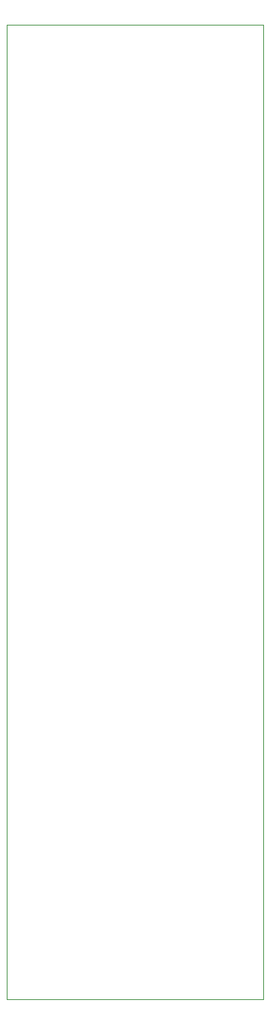
<source format=gbr>
%TF.GenerationSoftware,KiCad,Pcbnew,8.0.2*%
%TF.CreationDate,2024-05-21T21:49:39+01:00*%
%TF.ProjectId,3ch mix 1.6,33636820-6d69-4782-9031-2e362e6b6963,rev?*%
%TF.SameCoordinates,Original*%
%TF.FileFunction,Profile,NP*%
%FSLAX46Y46*%
G04 Gerber Fmt 4.6, Leading zero omitted, Abs format (unit mm)*
G04 Created by KiCad (PCBNEW 8.0.2) date 2024-05-21 21:49:39*
%MOMM*%
%LPD*%
G01*
G04 APERTURE LIST*
%TA.AperFunction,Profile*%
%ADD10C,0.050000*%
%TD*%
G04 APERTURE END LIST*
D10*
X134001100Y-50003600D02*
X134001100Y-160003600D01*
X134001100Y-160003600D02*
X163001100Y-160003600D01*
X163001100Y-50003600D02*
X134001100Y-50003600D01*
X163001100Y-160003600D02*
X163001100Y-50003600D01*
M02*

</source>
